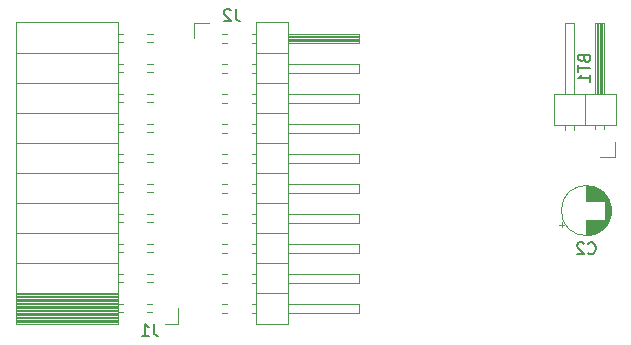
<source format=gbo>
%TF.GenerationSoftware,KiCad,Pcbnew,(6.0.0-0)*%
%TF.CreationDate,2023-01-27T15:23:15+00:00*%
%TF.ProjectId,Userport RTC,55736572-706f-4727-9420-5254432e6b69,rev?*%
%TF.SameCoordinates,Original*%
%TF.FileFunction,Legend,Bot*%
%TF.FilePolarity,Positive*%
%FSLAX46Y46*%
G04 Gerber Fmt 4.6, Leading zero omitted, Abs format (unit mm)*
G04 Created by KiCad (PCBNEW (6.0.0-0)) date 2023-01-27 15:23:15*
%MOMM*%
%LPD*%
G01*
G04 APERTURE LIST*
%ADD10C,0.150000*%
%ADD11C,0.120000*%
%ADD12R,1.200000X1.200000*%
%ADD13C,1.200000*%
%ADD14C,1.000000*%
%ADD15R,1.700000X1.700000*%
%ADD16O,1.700000X1.700000*%
%ADD17C,1.700000*%
G04 APERTURE END LIST*
D10*
X152046666Y-95682142D02*
X152094285Y-95729761D01*
X152237142Y-95777380D01*
X152332380Y-95777380D01*
X152475238Y-95729761D01*
X152570476Y-95634523D01*
X152618095Y-95539285D01*
X152665714Y-95348809D01*
X152665714Y-95205952D01*
X152618095Y-95015476D01*
X152570476Y-94920238D01*
X152475238Y-94825000D01*
X152332380Y-94777380D01*
X152237142Y-94777380D01*
X152094285Y-94825000D01*
X152046666Y-94872619D01*
X151665714Y-94872619D02*
X151618095Y-94825000D01*
X151522857Y-94777380D01*
X151284761Y-94777380D01*
X151189523Y-94825000D01*
X151141904Y-94872619D01*
X151094285Y-94967857D01*
X151094285Y-95063095D01*
X151141904Y-95205952D01*
X151713333Y-95777380D01*
X151094285Y-95777380D01*
X151693571Y-79224285D02*
X151741190Y-79367142D01*
X151788809Y-79414761D01*
X151884047Y-79462380D01*
X152026904Y-79462380D01*
X152122142Y-79414761D01*
X152169761Y-79367142D01*
X152217380Y-79271904D01*
X152217380Y-78890952D01*
X151217380Y-78890952D01*
X151217380Y-79224285D01*
X151265000Y-79319523D01*
X151312619Y-79367142D01*
X151407857Y-79414761D01*
X151503095Y-79414761D01*
X151598333Y-79367142D01*
X151645952Y-79319523D01*
X151693571Y-79224285D01*
X151693571Y-78890952D01*
X151217380Y-79748095D02*
X151217380Y-80319523D01*
X152217380Y-80033809D02*
X151217380Y-80033809D01*
X152217380Y-81176666D02*
X152217380Y-80605238D01*
X152217380Y-80890952D02*
X151217380Y-80890952D01*
X151360238Y-80795714D01*
X151455476Y-80700476D01*
X151503095Y-80605238D01*
X115268333Y-101687380D02*
X115268333Y-102401666D01*
X115315952Y-102544523D01*
X115411190Y-102639761D01*
X115554047Y-102687380D01*
X115649285Y-102687380D01*
X114268333Y-102687380D02*
X114839761Y-102687380D01*
X114554047Y-102687380D02*
X114554047Y-101687380D01*
X114649285Y-101830238D01*
X114744523Y-101925476D01*
X114839761Y-101973095D01*
X122198333Y-75022380D02*
X122198333Y-75736666D01*
X122245952Y-75879523D01*
X122341190Y-75974761D01*
X122484047Y-76022380D01*
X122579285Y-76022380D01*
X121769761Y-75117619D02*
X121722142Y-75070000D01*
X121626904Y-75022380D01*
X121388809Y-75022380D01*
X121293571Y-75070000D01*
X121245952Y-75117619D01*
X121198333Y-75212857D01*
X121198333Y-75308095D01*
X121245952Y-75450952D01*
X121817380Y-76022380D01*
X121198333Y-76022380D01*
D11*
X154000000Y-92075000D02*
G75*
G03*
X154000000Y-92075000I-2120000J0D01*
G01*
X151880000Y-91235000D02*
X151880000Y-89995000D01*
X151880000Y-94155000D02*
X151880000Y-92915000D01*
X151920000Y-91235000D02*
X151920000Y-89995000D01*
X151920000Y-94155000D02*
X151920000Y-92915000D01*
X151960000Y-91235000D02*
X151960000Y-89996000D01*
X151960000Y-94154000D02*
X151960000Y-92915000D01*
X152000000Y-94152000D02*
X152000000Y-92915000D01*
X152000000Y-91235000D02*
X152000000Y-89998000D01*
X152040000Y-94149000D02*
X152040000Y-92915000D01*
X152040000Y-91235000D02*
X152040000Y-90001000D01*
X152080000Y-94146000D02*
X152080000Y-92915000D01*
X152080000Y-91235000D02*
X152080000Y-90004000D01*
X152120000Y-94142000D02*
X152120000Y-92915000D01*
X152120000Y-91235000D02*
X152120000Y-90008000D01*
X152160000Y-94137000D02*
X152160000Y-92915000D01*
X152160000Y-91235000D02*
X152160000Y-90013000D01*
X152200000Y-94131000D02*
X152200000Y-92915000D01*
X152200000Y-91235000D02*
X152200000Y-90019000D01*
X152240000Y-94125000D02*
X152240000Y-92915000D01*
X152240000Y-91235000D02*
X152240000Y-90025000D01*
X152280000Y-94117000D02*
X152280000Y-92915000D01*
X152280000Y-91235000D02*
X152280000Y-90033000D01*
X152320000Y-94109000D02*
X152320000Y-92915000D01*
X152320000Y-91235000D02*
X152320000Y-90041000D01*
X152360000Y-94100000D02*
X152360000Y-92915000D01*
X152360000Y-91235000D02*
X152360000Y-90050000D01*
X152400000Y-94091000D02*
X152400000Y-92915000D01*
X152400000Y-91235000D02*
X152400000Y-90059000D01*
X152440000Y-94080000D02*
X152440000Y-92915000D01*
X152440000Y-91235000D02*
X152440000Y-90070000D01*
X152480000Y-94069000D02*
X152480000Y-92915000D01*
X152480000Y-91235000D02*
X152480000Y-90081000D01*
X152520000Y-94057000D02*
X152520000Y-92915000D01*
X152520000Y-91235000D02*
X152520000Y-90093000D01*
X152560000Y-94043000D02*
X152560000Y-92915000D01*
X152560000Y-91235000D02*
X152560000Y-90107000D01*
X152601000Y-94029000D02*
X152601000Y-92915000D01*
X152601000Y-91235000D02*
X152601000Y-90121000D01*
X152641000Y-94015000D02*
X152641000Y-92915000D01*
X152641000Y-91235000D02*
X152641000Y-90135000D01*
X152681000Y-93999000D02*
X152681000Y-92915000D01*
X152681000Y-91235000D02*
X152681000Y-90151000D01*
X152721000Y-93982000D02*
X152721000Y-92915000D01*
X152721000Y-91235000D02*
X152721000Y-90168000D01*
X152761000Y-93964000D02*
X152761000Y-92915000D01*
X152761000Y-91235000D02*
X152761000Y-90186000D01*
X152801000Y-93945000D02*
X152801000Y-92915000D01*
X152801000Y-91235000D02*
X152801000Y-90205000D01*
X152841000Y-93926000D02*
X152841000Y-92915000D01*
X152841000Y-91235000D02*
X152841000Y-90224000D01*
X152881000Y-93905000D02*
X152881000Y-92915000D01*
X152881000Y-91235000D02*
X152881000Y-90245000D01*
X152921000Y-93883000D02*
X152921000Y-92915000D01*
X152921000Y-91235000D02*
X152921000Y-90267000D01*
X152961000Y-93860000D02*
X152961000Y-92915000D01*
X152961000Y-91235000D02*
X152961000Y-90290000D01*
X153001000Y-93835000D02*
X153001000Y-92915000D01*
X153001000Y-91235000D02*
X153001000Y-90315000D01*
X153041000Y-93810000D02*
X153041000Y-92915000D01*
X153041000Y-91235000D02*
X153041000Y-90340000D01*
X153081000Y-93783000D02*
X153081000Y-92915000D01*
X153081000Y-91235000D02*
X153081000Y-90367000D01*
X153121000Y-93755000D02*
X153121000Y-92915000D01*
X153121000Y-91235000D02*
X153121000Y-90395000D01*
X153161000Y-93725000D02*
X153161000Y-92915000D01*
X153161000Y-91235000D02*
X153161000Y-90425000D01*
X153201000Y-93694000D02*
X153201000Y-92915000D01*
X153201000Y-91235000D02*
X153201000Y-90456000D01*
X153241000Y-93662000D02*
X153241000Y-92915000D01*
X153241000Y-91235000D02*
X153241000Y-90488000D01*
X153281000Y-93627000D02*
X153281000Y-92915000D01*
X153281000Y-91235000D02*
X153281000Y-90523000D01*
X153321000Y-93591000D02*
X153321000Y-92915000D01*
X153321000Y-91235000D02*
X153321000Y-90559000D01*
X153361000Y-93553000D02*
X153361000Y-92915000D01*
X153361000Y-91235000D02*
X153361000Y-90597000D01*
X153401000Y-93513000D02*
X153401000Y-92915000D01*
X153401000Y-91235000D02*
X153401000Y-90637000D01*
X153441000Y-93471000D02*
X153441000Y-92915000D01*
X153441000Y-91235000D02*
X153441000Y-90679000D01*
X153481000Y-93426000D02*
X153481000Y-90724000D01*
X153521000Y-93379000D02*
X153521000Y-90771000D01*
X153561000Y-93329000D02*
X153561000Y-90821000D01*
X153601000Y-93275000D02*
X153601000Y-90875000D01*
X153641000Y-93217000D02*
X153641000Y-90933000D01*
X153681000Y-93155000D02*
X153681000Y-90995000D01*
X153721000Y-93088000D02*
X153721000Y-91062000D01*
X153761000Y-93015000D02*
X153761000Y-91135000D01*
X153801000Y-92934000D02*
X153801000Y-91216000D01*
X153841000Y-92843000D02*
X153841000Y-91307000D01*
X153881000Y-92739000D02*
X153881000Y-91411000D01*
X153921000Y-92612000D02*
X153921000Y-91538000D01*
X153961000Y-92445000D02*
X153961000Y-91705000D01*
X149610199Y-93270000D02*
X150010199Y-93270000D01*
X149810199Y-93470000D02*
X149810199Y-93070000D01*
X150880000Y-76190000D02*
X150120000Y-76190000D01*
X153420000Y-85180000D02*
X153420000Y-84850000D01*
X150880000Y-82190000D02*
X150880000Y-76190000D01*
X153120000Y-82190000D02*
X153120000Y-76190000D01*
X154310000Y-87560000D02*
X154310000Y-86290000D01*
X149170000Y-84850000D02*
X149170000Y-82190000D01*
X152760000Y-82190000D02*
X152760000Y-76190000D01*
X152660000Y-85180000D02*
X152660000Y-84850000D01*
X153240000Y-82190000D02*
X153240000Y-76190000D01*
X152880000Y-82190000D02*
X152880000Y-76190000D01*
X152660000Y-76190000D02*
X152660000Y-82190000D01*
X150880000Y-85247071D02*
X150880000Y-84850000D01*
X150120000Y-76190000D02*
X150120000Y-82190000D01*
X153040000Y-87560000D02*
X154310000Y-87560000D01*
X153000000Y-82190000D02*
X153000000Y-76190000D01*
X150120000Y-85247071D02*
X150120000Y-84850000D01*
X153360000Y-82190000D02*
X153360000Y-76190000D01*
X154370000Y-82190000D02*
X154370000Y-84850000D01*
X149170000Y-82190000D02*
X154370000Y-82190000D01*
X154370000Y-84850000D02*
X149170000Y-84850000D01*
X153420000Y-82190000D02*
X153420000Y-76190000D01*
X151770000Y-84850000D02*
X151770000Y-82190000D01*
X153420000Y-76190000D02*
X152660000Y-76190000D01*
X103575000Y-101540000D02*
X112205000Y-101540000D01*
X112205000Y-82910000D02*
X112615000Y-82910000D01*
X103575000Y-100122860D02*
X112205000Y-100122860D01*
X103575000Y-100713335D02*
X112205000Y-100713335D01*
X114715000Y-94890000D02*
X115155000Y-94890000D01*
X114715000Y-84730000D02*
X115155000Y-84730000D01*
X112205000Y-85450000D02*
X112615000Y-85450000D01*
X112205000Y-97430000D02*
X112615000Y-97430000D01*
X114715000Y-77110000D02*
X115155000Y-77110000D01*
X103575000Y-86360000D02*
X112205000Y-86360000D01*
X103575000Y-100359050D02*
X112205000Y-100359050D01*
X103575000Y-99768575D02*
X112205000Y-99768575D01*
X114715000Y-95610000D02*
X115155000Y-95610000D01*
X103575000Y-101185715D02*
X112205000Y-101185715D01*
X103575000Y-100949525D02*
X112205000Y-100949525D01*
X112205000Y-84730000D02*
X112615000Y-84730000D01*
X103575000Y-101303810D02*
X112205000Y-101303810D01*
X103575000Y-100595240D02*
X112205000Y-100595240D01*
X114715000Y-82190000D02*
X115155000Y-82190000D01*
X112205000Y-94890000D02*
X112615000Y-94890000D01*
X112205000Y-82190000D02*
X112615000Y-82190000D01*
X114715000Y-90530000D02*
X115155000Y-90530000D01*
X114715000Y-98150000D02*
X115155000Y-98150000D01*
X114715000Y-99970000D02*
X115095000Y-99970000D01*
X112205000Y-95610000D02*
X112615000Y-95610000D01*
X103575000Y-88900000D02*
X112205000Y-88900000D01*
X103575000Y-99296195D02*
X112205000Y-99296195D01*
X103575000Y-99650480D02*
X112205000Y-99650480D01*
X112205000Y-100690000D02*
X112615000Y-100690000D01*
X114715000Y-92350000D02*
X115155000Y-92350000D01*
X103575000Y-101067620D02*
X112205000Y-101067620D01*
X112205000Y-93070000D02*
X112615000Y-93070000D01*
X103575000Y-78740000D02*
X112205000Y-78740000D01*
X103575000Y-99532385D02*
X112205000Y-99532385D01*
X103575000Y-76140000D02*
X112205000Y-76140000D01*
X103575000Y-99178100D02*
X112205000Y-99178100D01*
X103575000Y-91440000D02*
X112205000Y-91440000D01*
X114715000Y-77830000D02*
X115155000Y-77830000D01*
X103575000Y-81280000D02*
X112205000Y-81280000D01*
X114715000Y-82910000D02*
X115155000Y-82910000D01*
X112205000Y-99970000D02*
X112615000Y-99970000D01*
X103575000Y-93980000D02*
X112205000Y-93980000D01*
X103575000Y-100831430D02*
X112205000Y-100831430D01*
X103575000Y-99886670D02*
X112205000Y-99886670D01*
X103575000Y-99060000D02*
X112205000Y-99060000D01*
X114715000Y-89810000D02*
X115155000Y-89810000D01*
X112205000Y-90530000D02*
X112615000Y-90530000D01*
X112205000Y-79650000D02*
X112615000Y-79650000D01*
X112205000Y-77830000D02*
X112615000Y-77830000D01*
X112205000Y-98150000D02*
X112615000Y-98150000D01*
X112205000Y-87990000D02*
X112615000Y-87990000D01*
X117315000Y-101660000D02*
X117315000Y-100330000D01*
X112205000Y-80370000D02*
X112615000Y-80370000D01*
X103575000Y-100240955D02*
X112205000Y-100240955D01*
X103575000Y-99414290D02*
X112205000Y-99414290D01*
X114715000Y-85450000D02*
X115155000Y-85450000D01*
X114715000Y-93070000D02*
X115155000Y-93070000D01*
X114715000Y-100690000D02*
X115095000Y-100690000D01*
X116205000Y-101660000D02*
X117315000Y-101660000D01*
X112205000Y-77110000D02*
X112615000Y-77110000D01*
X112205000Y-89810000D02*
X112615000Y-89810000D01*
X114715000Y-79650000D02*
X115155000Y-79650000D01*
X114715000Y-87990000D02*
X115155000Y-87990000D01*
X103575000Y-101421905D02*
X112205000Y-101421905D01*
X112205000Y-87270000D02*
X112615000Y-87270000D01*
X114715000Y-87270000D02*
X115155000Y-87270000D01*
X103575000Y-96520000D02*
X112205000Y-96520000D01*
X103575000Y-100004765D02*
X112205000Y-100004765D01*
X114715000Y-80370000D02*
X115155000Y-80370000D01*
X103575000Y-83820000D02*
X112205000Y-83820000D01*
X103575000Y-101660000D02*
X112205000Y-101660000D01*
X112205000Y-92350000D02*
X112615000Y-92350000D01*
X103575000Y-100477145D02*
X112205000Y-100477145D01*
X112205000Y-101660000D02*
X112205000Y-76140000D01*
X114715000Y-97430000D02*
X115155000Y-97430000D01*
X103575000Y-101660000D02*
X103575000Y-76140000D01*
X123542929Y-90555000D02*
X123940000Y-90555000D01*
X123542929Y-93095000D02*
X123940000Y-93095000D01*
X121002929Y-95635000D02*
X121457071Y-95635000D01*
X123542929Y-82175000D02*
X123940000Y-82175000D01*
X126600000Y-87255000D02*
X132600000Y-87255000D01*
X126600000Y-82175000D02*
X132600000Y-82175000D01*
X126600000Y-99955000D02*
X132600000Y-99955000D01*
X118690000Y-77475000D02*
X118690000Y-76205000D01*
X123940000Y-93985000D02*
X126600000Y-93985000D01*
X121070000Y-77095000D02*
X121457071Y-77095000D01*
X121002929Y-98175000D02*
X121457071Y-98175000D01*
X132600000Y-94875000D02*
X132600000Y-95635000D01*
X132600000Y-98175000D02*
X126600000Y-98175000D01*
X123542929Y-84715000D02*
X123940000Y-84715000D01*
X123542929Y-100715000D02*
X123940000Y-100715000D01*
X121002929Y-84715000D02*
X121457071Y-84715000D01*
X121002929Y-79635000D02*
X121457071Y-79635000D01*
X123542929Y-98175000D02*
X123940000Y-98175000D01*
X121070000Y-77855000D02*
X121457071Y-77855000D01*
X132600000Y-92335000D02*
X132600000Y-93095000D01*
X123542929Y-92335000D02*
X123940000Y-92335000D01*
X121002929Y-82175000D02*
X121457071Y-82175000D01*
X126600000Y-77095000D02*
X132600000Y-77095000D01*
X121002929Y-87255000D02*
X121457071Y-87255000D01*
X132600000Y-82175000D02*
X132600000Y-82935000D01*
X123940000Y-91445000D02*
X126600000Y-91445000D01*
X123542929Y-87255000D02*
X123940000Y-87255000D01*
X126600000Y-92335000D02*
X132600000Y-92335000D01*
X126600000Y-94875000D02*
X132600000Y-94875000D01*
X121002929Y-85475000D02*
X121457071Y-85475000D01*
X132600000Y-77855000D02*
X126600000Y-77855000D01*
X132600000Y-99955000D02*
X132600000Y-100715000D01*
X132600000Y-88015000D02*
X126600000Y-88015000D01*
X132600000Y-100715000D02*
X126600000Y-100715000D01*
X123542929Y-79635000D02*
X123940000Y-79635000D01*
X132600000Y-89795000D02*
X132600000Y-90555000D01*
X126600000Y-77155000D02*
X132600000Y-77155000D01*
X132600000Y-90555000D02*
X126600000Y-90555000D01*
X123542929Y-99955000D02*
X123940000Y-99955000D01*
X132600000Y-82935000D02*
X126600000Y-82935000D01*
X123940000Y-88905000D02*
X126600000Y-88905000D01*
X132600000Y-95635000D02*
X126600000Y-95635000D01*
X132600000Y-93095000D02*
X126600000Y-93095000D01*
X121002929Y-93095000D02*
X121457071Y-93095000D01*
X126600000Y-77755000D02*
X132600000Y-77755000D01*
X126600000Y-77275000D02*
X132600000Y-77275000D01*
X121002929Y-90555000D02*
X121457071Y-90555000D01*
X126600000Y-77635000D02*
X132600000Y-77635000D01*
X132600000Y-84715000D02*
X132600000Y-85475000D01*
X123940000Y-81285000D02*
X126600000Y-81285000D01*
X123940000Y-78745000D02*
X126600000Y-78745000D01*
X123542929Y-97415000D02*
X123940000Y-97415000D01*
X132600000Y-87255000D02*
X132600000Y-88015000D01*
X123542929Y-94875000D02*
X123940000Y-94875000D01*
X121002929Y-89795000D02*
X121457071Y-89795000D01*
X123940000Y-86365000D02*
X126600000Y-86365000D01*
X121002929Y-92335000D02*
X121457071Y-92335000D01*
X123940000Y-76145000D02*
X123940000Y-101665000D01*
X126600000Y-97415000D02*
X132600000Y-97415000D01*
X118690000Y-76205000D02*
X119960000Y-76205000D01*
X132600000Y-97415000D02*
X132600000Y-98175000D01*
X126600000Y-84715000D02*
X132600000Y-84715000D01*
X123542929Y-85475000D02*
X123940000Y-85475000D01*
X121002929Y-100715000D02*
X121457071Y-100715000D01*
X121002929Y-94875000D02*
X121457071Y-94875000D01*
X123940000Y-83825000D02*
X126600000Y-83825000D01*
X123542929Y-80395000D02*
X123940000Y-80395000D01*
X126600000Y-76145000D02*
X123940000Y-76145000D01*
X123542929Y-95635000D02*
X123940000Y-95635000D01*
X123940000Y-101665000D02*
X126600000Y-101665000D01*
X121002929Y-97415000D02*
X121457071Y-97415000D01*
X123542929Y-77855000D02*
X123940000Y-77855000D01*
X121002929Y-82935000D02*
X121457071Y-82935000D01*
X121002929Y-99955000D02*
X121457071Y-99955000D01*
X123940000Y-96525000D02*
X126600000Y-96525000D01*
X126600000Y-79635000D02*
X132600000Y-79635000D01*
X126600000Y-77395000D02*
X132600000Y-77395000D01*
X126600000Y-77515000D02*
X132600000Y-77515000D01*
X121002929Y-88015000D02*
X121457071Y-88015000D01*
X132600000Y-80395000D02*
X126600000Y-80395000D01*
X123940000Y-99065000D02*
X126600000Y-99065000D01*
X123542929Y-88015000D02*
X123940000Y-88015000D01*
X132600000Y-77095000D02*
X132600000Y-77855000D01*
X123542929Y-82935000D02*
X123940000Y-82935000D01*
X121002929Y-80395000D02*
X121457071Y-80395000D01*
X132600000Y-79635000D02*
X132600000Y-80395000D01*
X132600000Y-85475000D02*
X126600000Y-85475000D01*
X126600000Y-101665000D02*
X126600000Y-76145000D01*
X123542929Y-77095000D02*
X123940000Y-77095000D01*
X126600000Y-89795000D02*
X132600000Y-89795000D01*
X123542929Y-89795000D02*
X123940000Y-89795000D01*
%LPC*%
D12*
X151130000Y-92075000D03*
D13*
X152630000Y-92075000D03*
D14*
X136210000Y-78550000D03*
X138110000Y-78550000D03*
D15*
X153040000Y-86290000D03*
D16*
X150500000Y-86290000D03*
D15*
X116205000Y-100330000D03*
D16*
X113665000Y-100330000D03*
X116205000Y-97790000D03*
X113665000Y-97790000D03*
X116205000Y-95250000D03*
X113665000Y-95250000D03*
X116205000Y-92710000D03*
X113665000Y-92710000D03*
X116205000Y-90170000D03*
X113665000Y-90170000D03*
X116205000Y-87630000D03*
X113665000Y-87630000D03*
X116205000Y-85090000D03*
X113665000Y-85090000D03*
X116205000Y-82550000D03*
X113665000Y-82550000D03*
X116205000Y-80010000D03*
X113665000Y-80010000D03*
X116205000Y-77470000D03*
X113665000Y-77470000D03*
D15*
X122500000Y-77475000D03*
D17*
X119960000Y-77475000D03*
D16*
X122500000Y-80015000D03*
X119960000Y-80015000D03*
X122500000Y-82555000D03*
X119960000Y-82555000D03*
X122500000Y-85095000D03*
X119960000Y-85095000D03*
X122500000Y-87635000D03*
X119960000Y-87635000D03*
X122500000Y-90175000D03*
X119960000Y-90175000D03*
X122500000Y-92715000D03*
X119960000Y-92715000D03*
X122500000Y-95255000D03*
X119960000Y-95255000D03*
X122500000Y-97795000D03*
X119960000Y-97795000D03*
X122500000Y-100335000D03*
X119960000Y-100335000D03*
M02*

</source>
